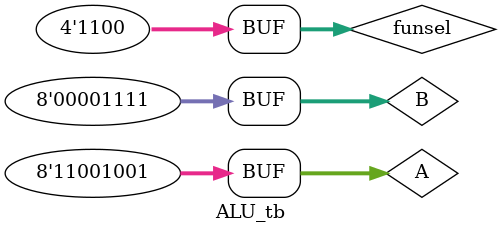
<source format=v>
`timescale 1ns / 1ps

module register_tb;
  // Parameters
  localparam N = 4;

  // Inputs
  reg clk;
  reg [1:0] funsel;
  reg enable;
  reg [N-1:0] data_in;

  // Outputs
  wire [N-1:0] data_out;

  // Instantiate the module
  register #(.N(N)) uut (.clk(clk),.funsel(funsel),.enable(enable),.data_in(data_in),.data_out(data_out));

  // Clock generation
  always #25 clk = ~clk;

  // Stimulus
  initial begin
    clk=0; #10;
    funsel=2'b00; enable=1; data_in=4'd10; #50;
    funsel=2'b01; enable=1; data_in=4'd10; #50;
    funsel=2'b10; enable=1; data_in=4'd15; #50;
    funsel=2'b00; enable=0; data_in=4'd0; #50;
    funsel=2'b11; enable=1; data_in=4'd7; #50;
    funsel=2'b11; enable=1; data_in=4'd7; #50;
  end
endmodule


module IR_tb;
  // Inputs
  reg clk;
  reg [1:0] funsel;
  reg enable;
  reg [7:0] data_in;
  reg LH;
  // Outputs
  wire [15:0] data_out;

  // Instantiate the module
  IR_16 uut (.clk(clk),.funsel(funsel),.enable(enable),.LH(LH),.data_in(data_in),.data_out(data_out)
  );

  // Clock generation
  always #25 clk = ~clk;

  // Stimulus
  initial begin
    clk=0; LH=0; #10;
  
    funsel=2'b00; enable=1; data_in=8'b10; #50;
    funsel=2'b01; enable=1; LH=0; data_in=8'b11001001; #50;
    funsel=2'b10; enable=0;       #50;
    funsel=2'b10; enable=1;       #50;
    funsel=2'b10; enable=1;       #50;
    funsel=2'b01; enable=1; LH=1; data_in=8'b00110000; #50;
    funsel=2'b11; enable=1;       #50;
  end
endmodule


module part2b_tb ();
    reg clk;
    reg [7:0]data_in;
    reg [2:0] O1sel;
    reg [2:0] O2sel;
    reg [1:0] funsel;
    reg [3:0] Rsel;
    reg [3:0] Tsel;
    wire [7:0] O1;
    wire [7:0] O2;
        
    part2b uut(.clk(clk),.data_in(data_in),.O1sel(O1sel),.O2sel(O2sel),.funsel(funsel),.Rsel(Rsel),.Tsel(Tsel),.O1(O1),.O2(O2));
    
      // Clock generation
    always #20 clk = ~clk;
    
    initial begin
        clk=1; #15; 
        data_in=8'd18 ; O1sel=3'd5; O2sel=3'd1; funsel=2'd0; Rsel=4'd15; Tsel=4'd15; #50;
        //data_in=8'd18 ; O1sel=3'd5; O2sel=3'd1; funsel=2'd0; Rsel=4'd15; Tsel=4'd15; #50;
        data_in=8'd18 ; O1sel=3'd5; O2sel=3'd1; funsel=2'd1; Rsel=4'd5; Tsel=4'd4;   #50;
        data_in=8'd25 ; O1sel=3'd7; O2sel=3'd3; funsel=2'd3; Rsel=4'd1; Tsel=4'd8;   #50;
        data_in=8'd25 ; O1sel=3'd7; O2sel=3'd0; funsel=2'd0; Rsel=4'd0; Tsel=4'd1;   #50;
        data_in=8'd25 ; O1sel=3'd6; O2sel=3'd0; funsel=2'd3; Rsel=4'd10; Tsel=4'd1;  #50;
        //data_in=8'd ; O1sel=3'd; O2sel=3'd; funsel=2'd; Rsel=4'd; Tsel=4'd; #50;
        //data_in=8'd ; O1sel=3'd; O2sel=3'd; funsel=2'd; Rsel=4'd; Tsel=4'd; #50;
        //data_in=8'd ; O1sel=3'd; O2sel=3'd; funsel=2'd; Rsel=4'd; Tsel=4'd; #50;
    end
endmodule


module part2c_tb ();
    reg clk;
    reg [7:0]  data_in;
    reg [1:0]  OutAsel;
    reg [1:0]  OutBsel;
    reg [1:0]  funsel;
    reg [3:0]  Rsel;
    wire [7:0] O1;
    wire [7:0] O2;
    part2c uut (.clk(clk),.data_in(data_in),.OutAsel(OutAsel),.OutBsel(OutBsel),.funsel(funsel),.Rsel(Rsel),.OutA(O1),.OutB(O2));
 
      // Clock generation
    always #20 clk = ~clk;
    
    initial begin
        clk=1; #15; 
        data_in=8'd18 ; OutAsel=2'd2; OutBsel=2'd1; funsel=2'd0; Rsel=4'd15; #50;
        data_in=8'd18 ; OutAsel=2'd0; OutBsel=2'd1; funsel=2'd1; Rsel=4'd6;  #50;
        data_in=8'd0  ; OutAsel=2'd1; OutBsel=2'd2; funsel=2'd3; Rsel=4'd5;  #50;
        data_in=8'd2  ; OutAsel=2'd3; OutBsel=2'd1; funsel=2'd2; Rsel=4'd15;  #50;
        //data_in=8'd12 ; OutAsel=2'd; OutBsel=2'd; funsel=2'd3; Rsel=4'd10; #50;
    end
endmodule


module ALU_tb();
    reg [3:0]funsel;
    reg [7:0]A;
    reg [7:0]B;
    wire [3:0]flag;
    wire [7:0]OutALU;
    
    ALU uut(.funsel(funsel),.A(A),.B(B),. flag(flag),.OutALU(OutALU));
   
    initial begin
         A=8'd15 ;           B=8'd120;         funsel=4'd0;  #50;
         A=8'd15 ;           B=8'b11001001;    funsel=4'd3;  #50;
         A=8'd12 ;           B=8'd18;          funsel=4'd4;  #50;
         A=8'd127;           B=8'd2;           funsel=4'd4;  #50;
         A=8'd18 ;           B=8'd18;          funsel=4'd6;  #50;    
         A=8'b01010101 ;     B=8'b01001101;    funsel=4'd7;  #50;    
    
         A=8'b01010001 ;     B=8'b01001101;    funsel=4'd10; #50;
         A=8'd15 ;           B=8'b11001001;    funsel=4'd15; #50;
         A=8'b01010101 ;     B=8'd18;          funsel=4'd13; #50;
         A=8'b10101010 ;     B=8'd18;          funsel=4'd13; #50;
         A=8'b00101010 ;     B=8'd18;          funsel=4'd13; #50;
         A=8'd127 ;          B=8'd2;           funsel=4'd9;  #50;
         A=8'b10000001 ;     B=8'b00000010;    funsel=4'd5;  #50;    
         A=8'b01010101 ;     B=8'b01001101;    funsel=4'd14; #50;   
     
         A=8'b11001000 ;     B=8'b10001100;    funsel=4'd4;  #50;    
         A=8'b11101000 ;     B=8'd104;         funsel=4'd5;  #50;
         A=8'd100 ;          B=8'd15;          funsel=4'd4;  #50;    
         
         A=8'b10001000 ;     B=8'b10101100;    funsel=4'd8;  #50;
         A=8'b11001001 ;     B=8'd15;          funsel=4'd11; #50;    
         A=8'b11001001 ;     B=8'd15;          funsel=4'd12; #45;
    end 
endmodule


</source>
